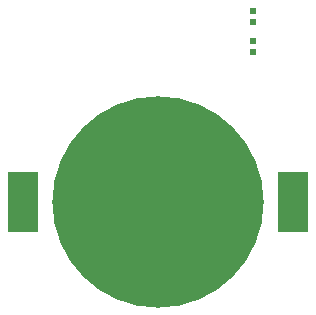
<source format=gbr>
G04 #@! TF.FileFunction,Soldermask,Bot*
%FSLAX46Y46*%
G04 Gerber Fmt 4.6, Leading zero omitted, Abs format (unit mm)*
G04 Created by KiCad (PCBNEW 4.0.7-e2-6376~58~ubuntu16.04.1) date Sat Jul  7 10:01:01 2018*
%MOMM*%
%LPD*%
G01*
G04 APERTURE LIST*
%ADD10C,0.100000*%
%ADD11R,0.601600X0.601600*%
%ADD12C,17.901600*%
%ADD13R,2.601600X5.201600*%
G04 APERTURE END LIST*
D10*
D11*
X159540000Y-85160000D03*
X159540000Y-86080000D03*
X159540000Y-88660000D03*
X159540000Y-87740000D03*
D12*
X151550000Y-101310000D03*
D13*
X140100000Y-101310000D03*
X163000000Y-101310000D03*
M02*

</source>
